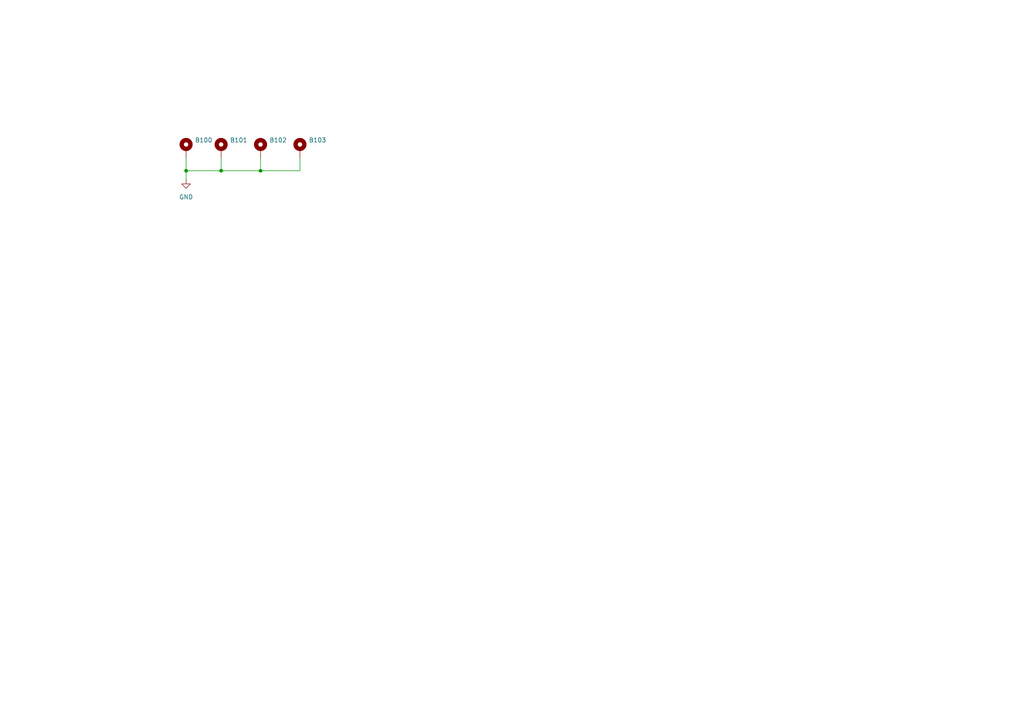
<source format=kicad_sch>
(kicad_sch (version 20230121) (generator eeschema)
  (paper "A4")
  (lib_symbols
    (symbol "Mechanical:MountingHole_Pad" (pin_numbers hide) (pin_names (offset 1.016) hide)
      (property "Reference" "H" (at 0 6.35 0))
      (property "Value" "MountingHole_Pad" (at 0 4.445 0))
      (symbol "MountingHole_Pad_0_1"
        (circle (center 0 1.27) (radius 1.27) (stroke (width 1.27)))
      )
      (symbol "MountingHole_Pad_1_1"
        (pin input line (at 0 -2.54 90) (length 2.54) (name "1") (number "1"))
      )
    )
    (symbol "power:GND" (power) (pin_names (offset 0))
      (property "Value" "GND" (at 0 -3.81 0))
      (symbol "GND_0_1"
        (polyline (pts (xy 0 0) (xy 0 -1.27) (xy 1.27 -1.27) (xy 0 -2.54) (xy -1.27 -1.27) (xy 0 -1.27)))
      )
      (symbol "GND_1_1"
        (pin power_in line (at 0 0 270) (length 0) hide (name "GND") (number "1"))
      )
    )
  )
  (junction (at 53.975 49.53))
  (junction (at 64.135 49.53))
  (junction (at 75.565 49.53))
  (wire (pts (xy 53.975 49.53) (xy 53.975 52.07)))
  (wire (pts (xy 86.995 49.53) (xy 75.565 49.53)))
  (wire (pts (xy 64.135 49.53) (xy 64.135 45.72)))
  (wire (pts (xy 86.995 45.72) (xy 86.995 49.53)))
  (wire (pts (xy 64.135 49.53) (xy 75.565 49.53)))
  (wire (pts (xy 53.975 49.53) (xy 64.135 49.53)))
  (wire (pts (xy 75.565 49.53) (xy 75.565 45.72)))
  (wire (pts (xy 53.975 45.72) (xy 53.975 49.53)))
  (symbol (lib_id "Mechanical:MountingHole_Pad") (at 86.995 43.18 0) (unit 1)
    (property "Reference" "B103" (at 89.535 40.64 0) (effects (justify left)))
    (property "Value" "MountingHole_Pad" (effects hide))
    (property "Footprint" "MountingHole:MountingHole_3.5mm_Pad_Via" (effects hide))
    (instances (project "battery_charging_devboard" (path "" (reference "B103") (unit 1)) (path "" (reference "B504") (unit 1))))
  )
  (symbol (lib_id "Mechanical:MountingHole_Pad") (at 75.565 43.18 0) (unit 1)
    (property "Reference" "B102" (at 78.105 40.64 0) (effects (justify left)))
    (property "Value" "MountingHole_Pad" (effects hide))
    (property "Footprint" "MountingHole:MountingHole_3.5mm_Pad_Via" (effects hide))
    (instances (project "battery_charging_devboard" (path "" (reference "B102") (unit 1)) (path "" (reference "B503") (unit 1))))
  )
  (symbol (lib_id "power:GND") (at 53.975 52.07 0) (mirror y) (unit 1)
    (property "Reference" "#PWR012" (effects hide))
    (property "Value" "GND" (at 53.975 57.15 0))
    (instances (project "battery_charging_devboard" (path "" (reference "#PWR012") (unit 1)) (path "" (reference "#PWR0101") (unit 1)) (path "" (reference "#PWR0501") (unit 1))) (project "power_supply" (path "" (reference "#PWR047") (unit 1))))
  )
  (symbol (lib_id "Mechanical:MountingHole_Pad") (at 53.975 43.18 0) (unit 1)
    (property "Reference" "B100" (at 56.515 40.64 0) (effects (justify left)))
    (property "Value" "MountingHole_Pad" (effects hide))
    (property "Footprint" "MountingHole:MountingHole_3.5mm_Pad_Via" (effects hide))
    (instances (project "battery_charging_devboard" (path "" (reference "B100") (unit 1)) (path "" (reference "B501") (unit 1))))
  )
  (symbol (lib_id "Mechanical:MountingHole_Pad") (at 64.135 43.18 0) (unit 1)
    (property "Reference" "B101" (at 66.675 40.64 0) (effects (justify left)))
    (property "Value" "MountingHole_Pad" (effects hide))
    (property "Footprint" "MountingHole:MountingHole_3.5mm_Pad_Via" (effects hide))
    (instances (project "battery_charging_devboard" (path "" (reference "B101") (unit 1)) (path "" (reference "B502") (unit 1))))
  )
)
</source>
